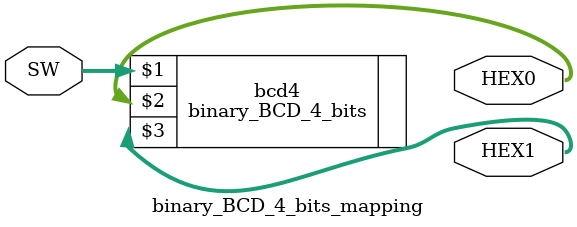
<source format=v>
module binary_BCD_4_bits_mapping (
	input [3:0] SW,
	output [0:6] HEX0,
	output [0:6] HEX1);
		
	binary_BCD_4_bits bcd4(SW, HEX0, HEX1);
	
endmodule

</source>
